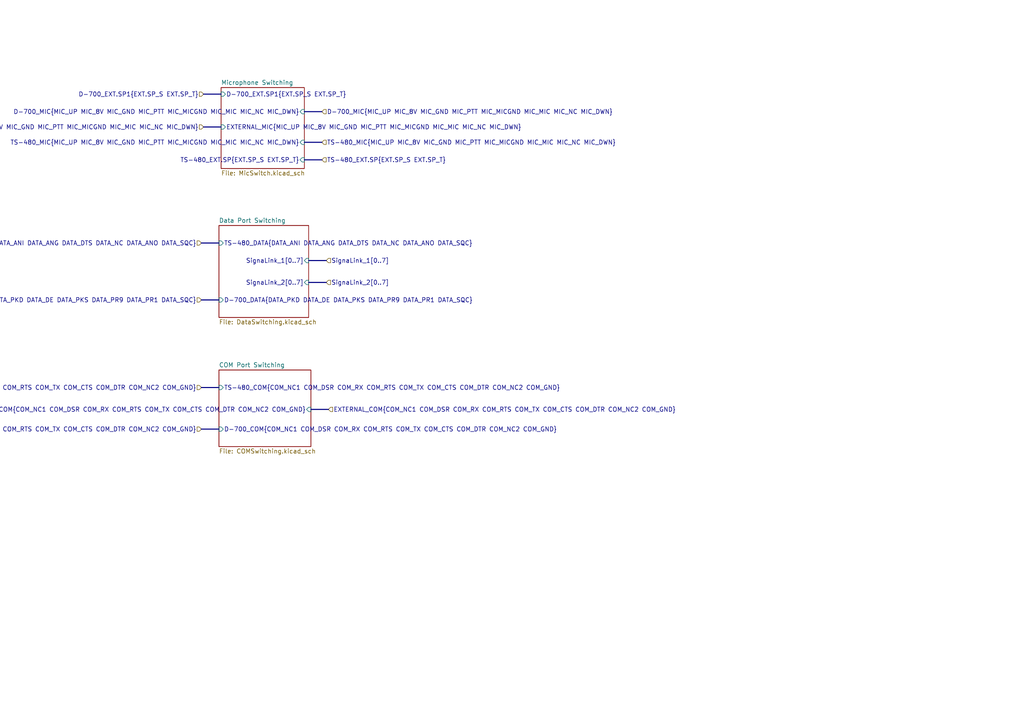
<source format=kicad_sch>
(kicad_sch (version 20211123) (generator eeschema)
  (paper "A4")
  (lib_symbols)
  (bus_alias "MICROPHONE" (members "MIC_UP" "MIC_8V" "MIC_GND" "MIC_PTT" "MIC_MICGND" "MIC_MIC" "MIC_NC" "MIC_DWN"))
  (bus_alias "TS-480_MIC" (members "MIC_UP" "MIC_8V" "MIC_GND" "MIC_PTT" "MIC_MICGND" "MIC_MIC" "MIC_NC" "MIC_DWN"))
  (bus_alias "D-700_MIC" (members "MIC_UP" "MIC_8V" "MIC_GND" "MIC_PTT" "MIC_MICGND" "MIC_MIC" "MIC_NC" "MIC_DWN"))
  (bus (pts (xy 89.535 75.565) (xy 94.615 75.565)))
  (bus (pts (xy 59.055 36.83) (xy 64.135 36.83)))
  (bus (pts (xy 58.42 124.46) (xy 63.5 124.46)))
  (bus (pts (xy 88.265 41.275) (xy 93.345 41.275)))
  (bus (pts (xy 58.42 86.995) (xy 63.5 86.995)))
  (bus (pts (xy 89.535 81.915) (xy 94.615 81.915)))
  (bus (pts (xy 90.17 118.745) (xy 95.25 118.745)))
  (bus (pts (xy 58.42 112.395) (xy 63.5 112.395)))
  (bus (pts (xy 88.265 32.385) (xy 93.345 32.385)))
  (bus (pts (xy 88.265 46.355) (xy 93.345 46.355)))
  (bus (pts (xy 58.42 70.485) (xy 63.5 70.485)))
  (bus (pts (xy 59.055 27.305) (xy 64.135 27.305)))
  (hierarchical_label "TS-480_MIC{MIC_UP MIC_8V MIC_GND MIC_PTT MIC_MICGND MIC_MIC MIC_NC MIC_DWN}" (shape input) (at 93.345 41.275 0))
  (hierarchical_label "EXTERNAL_COM{COM_NC1 COM_DSR COM_RX COM_RTS COM_TX COM_CTS COM_DTR COM_NC2 COM_GND}" (shape input) (at 95.25 118.745 0))
  (hierarchical_label "D-700_MIC{MIC_UP MIC_8V MIC_GND MIC_PTT MIC_MICGND MIC_MIC MIC_NC MIC_DWN}" (shape input) (at 93.345 32.385 0))
  (hierarchical_label "D-700_EXT.SP1{EXT.SP_S EXT.SP_T}" (shape input) (at 59.055 27.305 180))
  (hierarchical_label "D-700_COM{COM_NC1 COM_DSR COM_RX COM_RTS COM_TX COM_CTS COM_DTR COM_NC2 COM_GND}" (shape input) (at 58.42 124.46 0))
  (hierarchical_label "TS-480_EXT.SP{EXT.SP_S EXT.SP_T}" (shape input) (at 93.345 46.355 0))
  (hierarchical_label "EXTERNAL_MIC{MIC_UP MIC_8V MIC_GND MIC_PTT MIC_MICGND MIC_MIC MIC_NC MIC_DWN}" (shape input) (at 59.055 36.83 0))
  (hierarchical_label "D-700_DATA{DATA_PKD DATA_DE DATA_PKS DATA_PR9 DATA_PR1 DATA_SQC}" (shape input) (at 58.42 86.995 0))
  (hierarchical_label "TS-480_DATA{DATA_ANI DATA_ANG DATA_DTS DATA_NC DATA_ANO DATA_SQC}" (shape input) (at 58.42 70.485 0))
  (hierarchical_label "SignaLink_2[0..7]" (shape input) (at 94.615 81.915 0))
  (hierarchical_label "TS-480_COM{COM_NC1 COM_DSR COM_RX COM_RTS COM_TX COM_CTS COM_DTR COM_NC2 COM_GND}" (shape input) (at 58.42 112.395 0))
  (hierarchical_label "SignaLink_1[0..7]" (shape input) (at 94.615 75.565 0))
  (sheet (at 63.5 107.315) (size 26.67 22.225) (stroke (width 0.1524))
    (property "Sheet name" "COM Port Switching" (at 63.5 106.6034 0) (effects (justify left bottom)))
    (property "Sheet file" "COMSwitching.kicad_sch" (at 63.5 130.1246 0) (effects (justify left top)))
    (pin "TS-480_COM{COM_NC1 COM_DSR COM_RX COM_RTS COM_TX COM_CTS COM_DTR COM_NC2 COM_GND}" input (at 63.5 112.395 180))
    (pin "D-700_COM{COM_NC1 COM_DSR COM_RX COM_RTS COM_TX COM_CTS COM_DTR COM_NC2 COM_GND}" input (at 63.5 124.46 180))
    (pin "EXTERNAL_COM{COM_NC1 COM_DSR COM_RX COM_RTS COM_TX COM_CTS COM_DTR COM_NC2 COM_GND}" input (at 90.17 118.745 0))
  )
  (sheet (at 64.135 25.4) (size 24.13 23.495) (stroke (width 0.1524))
    (property "Sheet name" "Microphone Switching" (at 64.135 24.6884 0) (effects (justify left bottom)))
    (property "Sheet file" "MicSwitch.kicad_sch" (at 64.135 49.4796 0) (effects (justify left top)))
    (pin "D-700_MIC{MIC_UP MIC_8V MIC_GND MIC_PTT MIC_MICGND MIC_MIC MIC_NC MIC_DWN}" input (at 88.265 32.385 0))
    (pin "TS-480_MIC{MIC_UP MIC_8V MIC_GND MIC_PTT MIC_MICGND MIC_MIC MIC_NC MIC_DWN}" input (at 88.265 41.275 0))
    (pin "EXTERNAL_MIC{MIC_UP MIC_8V MIC_GND MIC_PTT MIC_MICGND MIC_MIC MIC_NC MIC_DWN}" input (at 64.135 36.83 180))
    (pin "D-700_EXT.SP1{EXT.SP_S EXT.SP_T}" input (at 64.135 27.305 180))
    (pin "TS-480_EXT.SP{EXT.SP_S EXT.SP_T}" input (at 88.265 46.355 0))
  )
  (sheet (at 63.5 65.405) (size 26.035 26.67) (stroke (width 0.1524))
    (property "Sheet name" "Data Port Switching" (at 63.5 64.6934 0) (effects (justify left bottom)))
    (property "Sheet file" "DataSwitching.kicad_sch" (at 63.5 92.6596 0) (effects (justify left top)))
    (pin "SignaLink_2[0..7]" input (at 89.535 81.915 0))
    (pin "SignaLink_1[0..7]" input (at 89.535 75.565 0))
    (pin "TS-480_DATA{DATA_ANI DATA_ANG DATA_DTS DATA_NC DATA_ANO DATA_SQC}" input (at 63.5 70.485 180))
    (pin "D-700_DATA{DATA_PKD DATA_DE DATA_PKS DATA_PR9 DATA_PR1 DATA_SQC}" input (at 63.5 86.995 180))
  )
)
</source>
